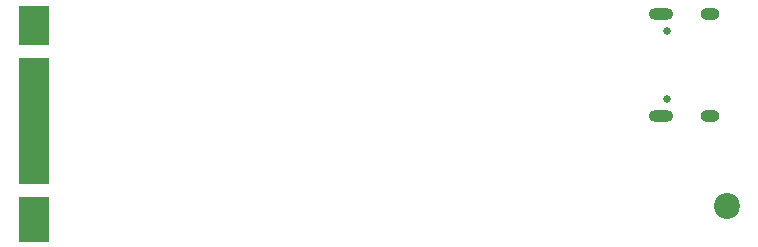
<source format=gbr>
%TF.GenerationSoftware,KiCad,Pcbnew,8.0.1*%
%TF.CreationDate,2024-04-21T19:45:24+02:00*%
%TF.ProjectId,Hypersonic_pcb,48797065-7273-46f6-9e69-635f7063622e,rev?*%
%TF.SameCoordinates,Original*%
%TF.FileFunction,Soldermask,Bot*%
%TF.FilePolarity,Negative*%
%FSLAX46Y46*%
G04 Gerber Fmt 4.6, Leading zero omitted, Abs format (unit mm)*
G04 Created by KiCad (PCBNEW 8.0.1) date 2024-04-21 19:45:24*
%MOMM*%
%LPD*%
G01*
G04 APERTURE LIST*
%ADD10C,0.100000*%
%ADD11C,0.650000*%
%ADD12O,2.100000X1.000000*%
%ADD13O,1.600000X1.000000*%
%ADD14C,2.200000*%
G04 APERTURE END LIST*
D10*
%TO.C,J2*%
X92500000Y-85275000D02*
X90000000Y-85275000D01*
X90000000Y-82075000D01*
X92500000Y-82075000D01*
X92500000Y-85275000D01*
G36*
X92500000Y-85275000D02*
G01*
X90000000Y-85275000D01*
X90000000Y-82075000D01*
X92500000Y-82075000D01*
X92500000Y-85275000D01*
G37*
X92500000Y-97025000D02*
X90000000Y-97025000D01*
X90000000Y-86475000D01*
X92500000Y-86475000D01*
X92500000Y-97025000D01*
G36*
X92500000Y-97025000D02*
G01*
X90000000Y-97025000D01*
X90000000Y-86475000D01*
X92500000Y-86475000D01*
X92500000Y-97025000D01*
G37*
X92500000Y-101925000D02*
X90000000Y-101925000D01*
X90000000Y-98225000D01*
X92500000Y-98225000D01*
X92500000Y-101925000D01*
G36*
X92500000Y-101925000D02*
G01*
X90000000Y-101925000D01*
X90000000Y-98225000D01*
X92500000Y-98225000D01*
X92500000Y-101925000D01*
G37*
%TD*%
D11*
%TO.C,J1*%
X144900000Y-89950000D03*
X144900000Y-84170000D03*
D12*
X144370000Y-91380000D03*
D13*
X148550000Y-91380000D03*
D12*
X144370000Y-82740000D03*
D13*
X148550000Y-82740000D03*
%TD*%
D14*
%TO.C,H1*%
X150000000Y-99000000D03*
%TD*%
M02*

</source>
